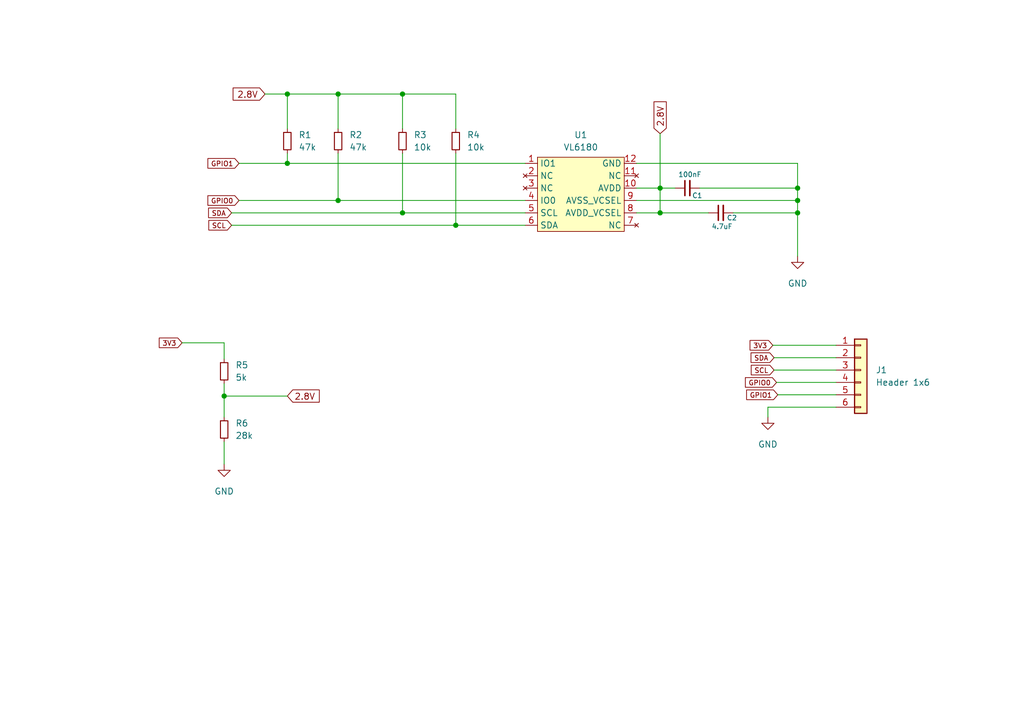
<source format=kicad_sch>
(kicad_sch (version 20211123) (generator eeschema)

  (uuid ceb2fe0f-2dec-4357-b441-9b31f24950f0)

  (paper "A5")

  (lib_symbols
    (symbol "Connector_Generic:Conn_01x06" (pin_names (offset 1.016) hide) (in_bom yes) (on_board yes)
      (property "Reference" "J" (id 0) (at 0 7.62 0)
        (effects (font (size 1.27 1.27)))
      )
      (property "Value" "Conn_01x06" (id 1) (at 0 -10.16 0)
        (effects (font (size 1.27 1.27)))
      )
      (property "Footprint" "" (id 2) (at 0 0 0)
        (effects (font (size 1.27 1.27)) hide)
      )
      (property "Datasheet" "~" (id 3) (at 0 0 0)
        (effects (font (size 1.27 1.27)) hide)
      )
      (property "ki_keywords" "connector" (id 4) (at 0 0 0)
        (effects (font (size 1.27 1.27)) hide)
      )
      (property "ki_description" "Generic connector, single row, 01x06, script generated (kicad-library-utils/schlib/autogen/connector/)" (id 5) (at 0 0 0)
        (effects (font (size 1.27 1.27)) hide)
      )
      (property "ki_fp_filters" "Connector*:*_1x??_*" (id 6) (at 0 0 0)
        (effects (font (size 1.27 1.27)) hide)
      )
      (symbol "Conn_01x06_1_1"
        (rectangle (start -1.27 -7.493) (end 0 -7.747)
          (stroke (width 0.1524) (type default) (color 0 0 0 0))
          (fill (type none))
        )
        (rectangle (start -1.27 -4.953) (end 0 -5.207)
          (stroke (width 0.1524) (type default) (color 0 0 0 0))
          (fill (type none))
        )
        (rectangle (start -1.27 -2.413) (end 0 -2.667)
          (stroke (width 0.1524) (type default) (color 0 0 0 0))
          (fill (type none))
        )
        (rectangle (start -1.27 0.127) (end 0 -0.127)
          (stroke (width 0.1524) (type default) (color 0 0 0 0))
          (fill (type none))
        )
        (rectangle (start -1.27 2.667) (end 0 2.413)
          (stroke (width 0.1524) (type default) (color 0 0 0 0))
          (fill (type none))
        )
        (rectangle (start -1.27 5.207) (end 0 4.953)
          (stroke (width 0.1524) (type default) (color 0 0 0 0))
          (fill (type none))
        )
        (rectangle (start -1.27 6.35) (end 1.27 -8.89)
          (stroke (width 0.254) (type default) (color 0 0 0 0))
          (fill (type background))
        )
        (pin passive line (at -5.08 5.08 0) (length 3.81)
          (name "Pin_1" (effects (font (size 1.27 1.27))))
          (number "1" (effects (font (size 1.27 1.27))))
        )
        (pin passive line (at -5.08 2.54 0) (length 3.81)
          (name "Pin_2" (effects (font (size 1.27 1.27))))
          (number "2" (effects (font (size 1.27 1.27))))
        )
        (pin passive line (at -5.08 0 0) (length 3.81)
          (name "Pin_3" (effects (font (size 1.27 1.27))))
          (number "3" (effects (font (size 1.27 1.27))))
        )
        (pin passive line (at -5.08 -2.54 0) (length 3.81)
          (name "Pin_4" (effects (font (size 1.27 1.27))))
          (number "4" (effects (font (size 1.27 1.27))))
        )
        (pin passive line (at -5.08 -5.08 0) (length 3.81)
          (name "Pin_5" (effects (font (size 1.27 1.27))))
          (number "5" (effects (font (size 1.27 1.27))))
        )
        (pin passive line (at -5.08 -7.62 0) (length 3.81)
          (name "Pin_6" (effects (font (size 1.27 1.27))))
          (number "6" (effects (font (size 1.27 1.27))))
        )
      )
    )
    (symbol "Device:C_Small" (pin_numbers hide) (pin_names (offset 0.254) hide) (in_bom yes) (on_board yes)
      (property "Reference" "C" (id 0) (at 0.254 1.778 0)
        (effects (font (size 1.27 1.27)) (justify left))
      )
      (property "Value" "C_Small" (id 1) (at 0.254 -2.032 0)
        (effects (font (size 1.27 1.27)) (justify left))
      )
      (property "Footprint" "" (id 2) (at 0 0 0)
        (effects (font (size 1.27 1.27)) hide)
      )
      (property "Datasheet" "~" (id 3) (at 0 0 0)
        (effects (font (size 1.27 1.27)) hide)
      )
      (property "ki_keywords" "capacitor cap" (id 4) (at 0 0 0)
        (effects (font (size 1.27 1.27)) hide)
      )
      (property "ki_description" "Unpolarized capacitor, small symbol" (id 5) (at 0 0 0)
        (effects (font (size 1.27 1.27)) hide)
      )
      (property "ki_fp_filters" "C_*" (id 6) (at 0 0 0)
        (effects (font (size 1.27 1.27)) hide)
      )
      (symbol "C_Small_0_1"
        (polyline
          (pts
            (xy -1.524 -0.508)
            (xy 1.524 -0.508)
          )
          (stroke (width 0.3302) (type default) (color 0 0 0 0))
          (fill (type none))
        )
        (polyline
          (pts
            (xy -1.524 0.508)
            (xy 1.524 0.508)
          )
          (stroke (width 0.3048) (type default) (color 0 0 0 0))
          (fill (type none))
        )
      )
      (symbol "C_Small_1_1"
        (pin passive line (at 0 2.54 270) (length 2.032)
          (name "~" (effects (font (size 1.27 1.27))))
          (number "1" (effects (font (size 1.27 1.27))))
        )
        (pin passive line (at 0 -2.54 90) (length 2.032)
          (name "~" (effects (font (size 1.27 1.27))))
          (number "2" (effects (font (size 1.27 1.27))))
        )
      )
    )
    (symbol "Device:R_Small" (pin_numbers hide) (pin_names (offset 0.254) hide) (in_bom yes) (on_board yes)
      (property "Reference" "R" (id 0) (at 0.762 0.508 0)
        (effects (font (size 1.27 1.27)) (justify left))
      )
      (property "Value" "R_Small" (id 1) (at 0.762 -1.016 0)
        (effects (font (size 1.27 1.27)) (justify left))
      )
      (property "Footprint" "" (id 2) (at 0 0 0)
        (effects (font (size 1.27 1.27)) hide)
      )
      (property "Datasheet" "~" (id 3) (at 0 0 0)
        (effects (font (size 1.27 1.27)) hide)
      )
      (property "ki_keywords" "R resistor" (id 4) (at 0 0 0)
        (effects (font (size 1.27 1.27)) hide)
      )
      (property "ki_description" "Resistor, small symbol" (id 5) (at 0 0 0)
        (effects (font (size 1.27 1.27)) hide)
      )
      (property "ki_fp_filters" "R_*" (id 6) (at 0 0 0)
        (effects (font (size 1.27 1.27)) hide)
      )
      (symbol "R_Small_0_1"
        (rectangle (start -0.762 1.778) (end 0.762 -1.778)
          (stroke (width 0.2032) (type default) (color 0 0 0 0))
          (fill (type none))
        )
      )
      (symbol "R_Small_1_1"
        (pin passive line (at 0 2.54 270) (length 0.762)
          (name "~" (effects (font (size 1.27 1.27))))
          (number "1" (effects (font (size 1.27 1.27))))
        )
        (pin passive line (at 0 -2.54 90) (length 0.762)
          (name "~" (effects (font (size 1.27 1.27))))
          (number "2" (effects (font (size 1.27 1.27))))
        )
      )
    )
    (symbol "Sensor:VL6180" (in_bom yes) (on_board yes)
      (property "Reference" "U?" (id 0) (at 0 0 0)
        (effects (font (size 1.27 1.27)))
      )
      (property "Value" "VL6180" (id 1) (at 0 -1.27 0)
        (effects (font (size 1.27 1.27)))
      )
      (property "Footprint" "Sensor:vl6180" (id 2) (at 0 0 0)
        (effects (font (size 1.27 1.27)) hide)
      )
      (property "Datasheet" "" (id 3) (at 0 0 0)
        (effects (font (size 1.27 1.27)) hide)
      )
      (symbol "VL6180_0_1"
        (rectangle (start -3.81 -2.54) (end 13.97 -17.78)
          (stroke (width 0) (type default) (color 0 0 0 0))
          (fill (type background))
        )
      )
      (symbol "VL6180_1_1"
        (pin input line (at -6.35 -3.81 0) (length 2.54)
          (name "IO1" (effects (font (size 1.27 1.27))))
          (number "1" (effects (font (size 1.27 1.27))))
        )
        (pin input line (at 16.51 -8.89 180) (length 2.54)
          (name "AVDD" (effects (font (size 1.27 1.27))))
          (number "10" (effects (font (size 1.27 1.27))))
        )
        (pin no_connect line (at 16.51 -6.35 180) (length 2.54)
          (name "NC" (effects (font (size 1.27 1.27))))
          (number "11" (effects (font (size 1.27 1.27))))
        )
        (pin passive line (at 16.51 -3.81 180) (length 2.54)
          (name "GND" (effects (font (size 1.27 1.27))))
          (number "12" (effects (font (size 1.27 1.27))))
        )
        (pin no_connect line (at -6.35 -6.35 0) (length 2.54)
          (name "NC" (effects (font (size 1.27 1.27))))
          (number "2" (effects (font (size 1.27 1.27))))
        )
        (pin no_connect line (at -6.35 -8.89 0) (length 2.54)
          (name "NC" (effects (font (size 1.27 1.27))))
          (number "3" (effects (font (size 1.27 1.27))))
        )
        (pin input line (at -6.35 -11.43 0) (length 2.54)
          (name "IO0" (effects (font (size 1.27 1.27))))
          (number "4" (effects (font (size 1.27 1.27))))
        )
        (pin input line (at -6.35 -13.97 0) (length 2.54)
          (name "SCL" (effects (font (size 1.27 1.27))))
          (number "5" (effects (font (size 1.27 1.27))))
        )
        (pin output line (at -6.35 -16.51 0) (length 2.54)
          (name "SDA" (effects (font (size 1.27 1.27))))
          (number "6" (effects (font (size 1.27 1.27))))
        )
        (pin no_connect line (at 16.51 -16.51 180) (length 2.54)
          (name "NC" (effects (font (size 1.27 1.27))))
          (number "7" (effects (font (size 1.27 1.27))))
        )
        (pin input line (at 16.51 -13.97 180) (length 2.54)
          (name "AVDD_VCSEL" (effects (font (size 1.27 1.27))))
          (number "8" (effects (font (size 1.27 1.27))))
        )
        (pin input line (at 16.51 -11.43 180) (length 2.54)
          (name "AVSS_VCSEL" (effects (font (size 1.27 1.27))))
          (number "9" (effects (font (size 1.27 1.27))))
        )
      )
    )
    (symbol "power:GND" (power) (pin_names (offset 0)) (in_bom yes) (on_board yes)
      (property "Reference" "#PWR" (id 0) (at 0 -6.35 0)
        (effects (font (size 1.27 1.27)) hide)
      )
      (property "Value" "GND" (id 1) (at 0 -3.81 0)
        (effects (font (size 1.27 1.27)))
      )
      (property "Footprint" "" (id 2) (at 0 0 0)
        (effects (font (size 1.27 1.27)) hide)
      )
      (property "Datasheet" "" (id 3) (at 0 0 0)
        (effects (font (size 1.27 1.27)) hide)
      )
      (property "ki_keywords" "power-flag" (id 4) (at 0 0 0)
        (effects (font (size 1.27 1.27)) hide)
      )
      (property "ki_description" "Power symbol creates a global label with name \"GND\" , ground" (id 5) (at 0 0 0)
        (effects (font (size 1.27 1.27)) hide)
      )
      (symbol "GND_0_1"
        (polyline
          (pts
            (xy 0 0)
            (xy 0 -1.27)
            (xy 1.27 -1.27)
            (xy 0 -2.54)
            (xy -1.27 -1.27)
            (xy 0 -1.27)
          )
          (stroke (width 0) (type default) (color 0 0 0 0))
          (fill (type none))
        )
      )
      (symbol "GND_1_1"
        (pin power_in line (at 0 0 270) (length 0) hide
          (name "GND" (effects (font (size 1.27 1.27))))
          (number "1" (effects (font (size 1.27 1.27))))
        )
      )
    )
  )

  (junction (at 163.576 41.148) (diameter 0) (color 0 0 0 0)
    (uuid 1395721a-fb57-4716-9d19-ad4ad0e5263d)
  )
  (junction (at 135.382 38.608) (diameter 0) (color 0 0 0 0)
    (uuid 2c34f0ef-70d8-491c-a0d6-4f79266ef4cf)
  )
  (junction (at 93.472 46.228) (diameter 0) (color 0 0 0 0)
    (uuid 341f1cda-d25b-4529-b2cd-c2a431214d68)
  )
  (junction (at 58.928 33.528) (diameter 0) (color 0 0 0 0)
    (uuid 40e5d65b-0b01-4a56-9275-52480bfd91db)
  )
  (junction (at 163.576 43.688) (diameter 0) (color 0 0 0 0)
    (uuid 7bdbd70a-a7c8-46ad-a846-b83f20a64e87)
  )
  (junction (at 69.342 19.304) (diameter 0) (color 0 0 0 0)
    (uuid a0b5c206-6939-4052-8a5e-c2f3310b3b12)
  )
  (junction (at 58.928 19.304) (diameter 0) (color 0 0 0 0)
    (uuid ad988c7e-5d33-4be2-816f-483ec9c03a81)
  )
  (junction (at 82.55 19.304) (diameter 0) (color 0 0 0 0)
    (uuid b8985c7d-975a-4027-bceb-3393cb3cb503)
  )
  (junction (at 82.55 43.688) (diameter 0) (color 0 0 0 0)
    (uuid b8b40e66-2f6c-4b5f-83b7-ac7131e02039)
  )
  (junction (at 45.974 81.28) (diameter 0) (color 0 0 0 0)
    (uuid cca6a0d3-6fc3-4619-9ccb-9aee21e69437)
  )
  (junction (at 135.382 43.688) (diameter 0) (color 0 0 0 0)
    (uuid dbd1f849-5c58-42d8-be87-0f3242373092)
  )
  (junction (at 69.342 41.148) (diameter 0) (color 0 0 0 0)
    (uuid e3242dc8-44eb-4234-bee6-340ae7cc3050)
  )
  (junction (at 163.576 38.608) (diameter 0) (color 0 0 0 0)
    (uuid f07719d0-0f96-4821-87b7-dfd80ad4e4cb)
  )

  (wire (pts (xy 58.928 19.304) (xy 69.342 19.304))
    (stroke (width 0) (type default) (color 0 0 0 0))
    (uuid 0aec30c8-c680-4f9b-b737-56cee69950b0)
  )
  (wire (pts (xy 163.576 33.528) (xy 163.576 38.608))
    (stroke (width 0) (type default) (color 0 0 0 0))
    (uuid 1c07eb9d-182a-4564-9cd4-7b3113bb470d)
  )
  (wire (pts (xy 135.382 38.608) (xy 135.382 43.688))
    (stroke (width 0) (type default) (color 0 0 0 0))
    (uuid 1d622e58-bb52-4fe5-8d39-13e5988f3d09)
  )
  (wire (pts (xy 135.382 38.608) (xy 138.43 38.608))
    (stroke (width 0) (type default) (color 0 0 0 0))
    (uuid 20b7ff0a-8268-4eb5-9558-25d49fc01bbe)
  )
  (wire (pts (xy 130.556 38.608) (xy 135.382 38.608))
    (stroke (width 0) (type default) (color 0 0 0 0))
    (uuid 2704a07e-3f39-452b-8fb9-7aa17e688d09)
  )
  (wire (pts (xy 47.498 46.228) (xy 93.472 46.228))
    (stroke (width 0) (type default) (color 0 0 0 0))
    (uuid 2a86d4e1-087e-42cc-b2a2-cb1811b99a1d)
  )
  (wire (pts (xy 45.974 78.74) (xy 45.974 81.28))
    (stroke (width 0) (type default) (color 0 0 0 0))
    (uuid 30c6364e-3cf6-4c90-8cde-6322ac8c2a14)
  )
  (wire (pts (xy 135.382 27.432) (xy 135.382 38.608))
    (stroke (width 0) (type default) (color 0 0 0 0))
    (uuid 3381020c-1833-44f5-b290-7129816c8add)
  )
  (wire (pts (xy 45.974 81.28) (xy 58.928 81.28))
    (stroke (width 0) (type default) (color 0 0 0 0))
    (uuid 35f28758-5219-4e6b-a916-1609ab127c51)
  )
  (wire (pts (xy 69.342 19.304) (xy 82.55 19.304))
    (stroke (width 0) (type default) (color 0 0 0 0))
    (uuid 380d3712-c804-4289-a137-5be422fba3ae)
  )
  (wire (pts (xy 37.338 70.358) (xy 45.974 70.358))
    (stroke (width 0) (type default) (color 0 0 0 0))
    (uuid 3b4fca1f-246b-4130-936f-c2021ac2b10d)
  )
  (wire (pts (xy 93.472 46.228) (xy 107.696 46.228))
    (stroke (width 0) (type default) (color 0 0 0 0))
    (uuid 420a2461-fdac-4d74-8323-4479cfe2a67a)
  )
  (wire (pts (xy 45.974 70.358) (xy 45.974 73.66))
    (stroke (width 0) (type default) (color 0 0 0 0))
    (uuid 4fe7612a-5ca2-4da6-ac81-24ccfd7ae283)
  )
  (wire (pts (xy 49.022 33.528) (xy 58.928 33.528))
    (stroke (width 0) (type default) (color 0 0 0 0))
    (uuid 5d857570-0699-45ec-8070-0529994d85e1)
  )
  (wire (pts (xy 158.75 73.406) (xy 171.45 73.406))
    (stroke (width 0) (type default) (color 0 0 0 0))
    (uuid 62dc3eea-29d2-41a3-989e-a6b132e32817)
  )
  (wire (pts (xy 163.576 43.688) (xy 163.576 52.578))
    (stroke (width 0) (type default) (color 0 0 0 0))
    (uuid 6464faf5-a460-401d-ac42-678844925a4a)
  )
  (wire (pts (xy 82.55 19.304) (xy 93.472 19.304))
    (stroke (width 0) (type default) (color 0 0 0 0))
    (uuid 66cabade-f45d-40f8-abe5-2c9eaa3c8898)
  )
  (wire (pts (xy 54.356 19.304) (xy 58.928 19.304))
    (stroke (width 0) (type default) (color 0 0 0 0))
    (uuid 6e7c0b72-7874-4594-8697-2b06ec134545)
  )
  (wire (pts (xy 58.928 31.496) (xy 58.928 33.528))
    (stroke (width 0) (type default) (color 0 0 0 0))
    (uuid 6fb101be-67ac-4301-8db5-219ec94c4a0f)
  )
  (wire (pts (xy 82.55 19.304) (xy 82.55 26.416))
    (stroke (width 0) (type default) (color 0 0 0 0))
    (uuid 782cbbbe-00e0-419e-8b5b-7f013f004803)
  )
  (wire (pts (xy 159.512 81.026) (xy 171.45 81.026))
    (stroke (width 0) (type default) (color 0 0 0 0))
    (uuid 792fc08e-f773-4fa4-b998-723f77e925c8)
  )
  (wire (pts (xy 130.556 41.148) (xy 163.576 41.148))
    (stroke (width 0) (type default) (color 0 0 0 0))
    (uuid 7a002c7a-e004-4a26-95a9-07e7ad50d099)
  )
  (wire (pts (xy 159.258 78.486) (xy 171.45 78.486))
    (stroke (width 0) (type default) (color 0 0 0 0))
    (uuid 7b22e9aa-cc98-4682-9d83-39f349f8cacd)
  )
  (wire (pts (xy 45.974 81.28) (xy 45.974 85.598))
    (stroke (width 0) (type default) (color 0 0 0 0))
    (uuid 83a2e88b-6405-4920-955a-4ade0454725f)
  )
  (wire (pts (xy 49.022 41.148) (xy 69.342 41.148))
    (stroke (width 0) (type default) (color 0 0 0 0))
    (uuid 859cae91-3800-4d6f-b747-eb8bbc0fbbcb)
  )
  (wire (pts (xy 69.342 31.496) (xy 69.342 41.148))
    (stroke (width 0) (type default) (color 0 0 0 0))
    (uuid 916d13b2-6083-424b-8b16-0266bf882e14)
  )
  (wire (pts (xy 150.368 43.688) (xy 163.576 43.688))
    (stroke (width 0) (type default) (color 0 0 0 0))
    (uuid a64c6ea4-dcd6-49d1-816b-50088d245e2b)
  )
  (wire (pts (xy 82.55 43.688) (xy 107.696 43.688))
    (stroke (width 0) (type default) (color 0 0 0 0))
    (uuid ac28cdf2-d2c1-4b16-8ea5-a0762eb47221)
  )
  (wire (pts (xy 157.48 85.598) (xy 157.48 83.566))
    (stroke (width 0) (type default) (color 0 0 0 0))
    (uuid affa1ebe-2018-436c-915a-6a642998ece8)
  )
  (wire (pts (xy 135.382 43.688) (xy 145.288 43.688))
    (stroke (width 0) (type default) (color 0 0 0 0))
    (uuid b1d88200-1fe1-4efb-a565-2d82c674063a)
  )
  (wire (pts (xy 58.928 33.528) (xy 107.696 33.528))
    (stroke (width 0) (type default) (color 0 0 0 0))
    (uuid b53f6e25-e36d-414e-b463-3b8afa157f92)
  )
  (wire (pts (xy 158.496 70.866) (xy 171.45 70.866))
    (stroke (width 0) (type default) (color 0 0 0 0))
    (uuid bd915991-1a4a-47f3-83ef-b97c7bafce52)
  )
  (wire (pts (xy 130.556 33.528) (xy 163.576 33.528))
    (stroke (width 0) (type default) (color 0 0 0 0))
    (uuid be7fd4b4-b288-4739-b3ca-ecf741cbbaa9)
  )
  (wire (pts (xy 45.974 90.678) (xy 45.974 95.25))
    (stroke (width 0) (type default) (color 0 0 0 0))
    (uuid c784b9b0-ba08-416f-a0ad-f8d3d89e6759)
  )
  (wire (pts (xy 69.342 41.148) (xy 107.696 41.148))
    (stroke (width 0) (type default) (color 0 0 0 0))
    (uuid cb4c1faf-fb21-4139-8876-cbd25a0746f9)
  )
  (wire (pts (xy 47.498 43.688) (xy 82.55 43.688))
    (stroke (width 0) (type default) (color 0 0 0 0))
    (uuid cc3a4fe9-c3a5-4899-891f-8a07169e76ca)
  )
  (wire (pts (xy 93.472 31.496) (xy 93.472 46.228))
    (stroke (width 0) (type default) (color 0 0 0 0))
    (uuid ccaee395-2e8c-4a22-8894-60b0b1f6d913)
  )
  (wire (pts (xy 130.556 43.688) (xy 135.382 43.688))
    (stroke (width 0) (type default) (color 0 0 0 0))
    (uuid d0b8be4d-278e-48f5-b7d3-5c693b9d1897)
  )
  (wire (pts (xy 163.576 38.608) (xy 163.576 41.148))
    (stroke (width 0) (type default) (color 0 0 0 0))
    (uuid d790ec81-ff44-448c-b0b7-266ead190e51)
  )
  (wire (pts (xy 158.75 75.946) (xy 171.45 75.946))
    (stroke (width 0) (type default) (color 0 0 0 0))
    (uuid d9d35945-7b74-4934-bf5d-dec2824b5f6f)
  )
  (wire (pts (xy 157.48 83.566) (xy 171.45 83.566))
    (stroke (width 0) (type default) (color 0 0 0 0))
    (uuid e1179437-6de5-4108-9400-4b84b190c1a3)
  )
  (wire (pts (xy 93.472 19.304) (xy 93.472 26.416))
    (stroke (width 0) (type default) (color 0 0 0 0))
    (uuid e2988f8f-e371-4fdf-ad73-72e1b7cbb4ae)
  )
  (wire (pts (xy 69.342 19.304) (xy 69.342 26.416))
    (stroke (width 0) (type default) (color 0 0 0 0))
    (uuid e450a8a8-9868-42aa-b586-6c99985beadd)
  )
  (wire (pts (xy 163.576 41.148) (xy 163.576 43.688))
    (stroke (width 0) (type default) (color 0 0 0 0))
    (uuid e6231ebf-905c-4b03-8f72-4b7fb854c0ba)
  )
  (wire (pts (xy 82.55 31.496) (xy 82.55 43.688))
    (stroke (width 0) (type default) (color 0 0 0 0))
    (uuid ee4576b9-a6fe-41b3-a960-2bff2f4c6f83)
  )
  (wire (pts (xy 58.928 19.304) (xy 58.928 26.416))
    (stroke (width 0) (type default) (color 0 0 0 0))
    (uuid f480f7ca-0e69-4d79-a69e-5d878b78758c)
  )
  (wire (pts (xy 143.51 38.608) (xy 163.576 38.608))
    (stroke (width 0) (type default) (color 0 0 0 0))
    (uuid f91e9bc7-0205-4d70-a0c1-3f08d53dc068)
  )

  (global_label "2.8V" (shape input) (at 135.382 27.432 90) (fields_autoplaced)
    (effects (font (size 1.27 1.27)) (justify left))
    (uuid 0733f7c8-4815-4433-b401-15f2e5700c5b)
    (property "Intersheet References" "${INTERSHEET_REFS}" (id 0) (at 135.3026 20.9065 90)
      (effects (font (size 1.27 1.27)) (justify left) hide)
    )
  )
  (global_label "3V3" (shape input) (at 37.338 70.358 180) (fields_autoplaced)
    (effects (font (size 1 1)) (justify right))
    (uuid 2f88d744-17f4-4629-8691-7e0b9b944212)
    (property "Intersheet References" "${INTERSHEET_REFS}" (id 0) (at 32.6761 70.2955 0)
      (effects (font (size 1 1)) (justify right) hide)
    )
  )
  (global_label "GPIO0" (shape input) (at 49.022 41.148 180) (fields_autoplaced)
    (effects (font (size 1 1)) (justify right))
    (uuid 41694d85-b235-4728-8344-11d650ae1fbe)
    (property "Intersheet References" "${INTERSHEET_REFS}" (id 0) (at 42.6458 41.0855 0)
      (effects (font (size 1 1)) (justify right) hide)
    )
  )
  (global_label "SDA" (shape input) (at 47.498 43.688 180) (fields_autoplaced)
    (effects (font (size 1 1)) (justify right))
    (uuid 71aa2fb0-e1b4-44c8-ba78-6d675584b37e)
    (property "Intersheet References" "${INTERSHEET_REFS}" (id 0) (at 42.7885 43.6255 0)
      (effects (font (size 1 1)) (justify right) hide)
    )
  )
  (global_label "2.8V" (shape input) (at 58.928 81.28 0) (fields_autoplaced)
    (effects (font (size 1.27 1.27)) (justify left))
    (uuid 7a5a71fe-838b-434c-ac5f-1e5a1e4a426b)
    (property "Intersheet References" "${INTERSHEET_REFS}" (id 0) (at 65.4535 81.2006 0)
      (effects (font (size 1.27 1.27)) (justify left) hide)
    )
  )
  (global_label "SCL" (shape input) (at 158.75 75.946 180) (fields_autoplaced)
    (effects (font (size 1 1)) (justify right))
    (uuid 837a4c37-d018-4c77-936d-b2f038b93d62)
    (property "Intersheet References" "${INTERSHEET_REFS}" (id 0) (at 154.0881 75.8835 0)
      (effects (font (size 1 1)) (justify right) hide)
    )
  )
  (global_label "GPIO1" (shape input) (at 159.512 81.026 180) (fields_autoplaced)
    (effects (font (size 1 1)) (justify right))
    (uuid 9215212f-65a2-40ff-8801-a49fcf548392)
    (property "Intersheet References" "${INTERSHEET_REFS}" (id 0) (at 153.1358 80.9635 0)
      (effects (font (size 1 1)) (justify right) hide)
    )
  )
  (global_label "GPIO1" (shape input) (at 49.022 33.528 180) (fields_autoplaced)
    (effects (font (size 1 1)) (justify right))
    (uuid 92d06e52-72bb-4e87-ab03-a6162079ed75)
    (property "Intersheet References" "${INTERSHEET_REFS}" (id 0) (at 42.6458 33.4655 0)
      (effects (font (size 1 1)) (justify right) hide)
    )
  )
  (global_label "SDA" (shape input) (at 158.75 73.406 180) (fields_autoplaced)
    (effects (font (size 1 1)) (justify right))
    (uuid a5c2d14a-9f41-4bd0-8400-986c7021a956)
    (property "Intersheet References" "${INTERSHEET_REFS}" (id 0) (at 154.0405 73.3435 0)
      (effects (font (size 1 1)) (justify right) hide)
    )
  )
  (global_label "SCL" (shape input) (at 47.498 46.228 180) (fields_autoplaced)
    (effects (font (size 1 1)) (justify right))
    (uuid c7dbbd64-8a56-41e3-a209-0165ec6df1ad)
    (property "Intersheet References" "${INTERSHEET_REFS}" (id 0) (at 42.8361 46.1655 0)
      (effects (font (size 1 1)) (justify right) hide)
    )
  )
  (global_label "3V3" (shape input) (at 158.496 70.866 180) (fields_autoplaced)
    (effects (font (size 1 1)) (justify right))
    (uuid d0ea7e09-8704-4f96-92a8-6dc5e2d58b38)
    (property "Intersheet References" "${INTERSHEET_REFS}" (id 0) (at 153.8341 70.8035 0)
      (effects (font (size 1 1)) (justify right) hide)
    )
  )
  (global_label "GPIO0" (shape input) (at 159.258 78.486 180) (fields_autoplaced)
    (effects (font (size 1 1)) (justify right))
    (uuid e0e21641-0567-42ed-b855-84dc406aadfa)
    (property "Intersheet References" "${INTERSHEET_REFS}" (id 0) (at 152.8818 78.4235 0)
      (effects (font (size 1 1)) (justify right) hide)
    )
  )
  (global_label "2.8V" (shape input) (at 54.356 19.304 180) (fields_autoplaced)
    (effects (font (size 1.27 1.27)) (justify right))
    (uuid f7f62de1-8506-41d0-a58f-a194d6ee6954)
    (property "Intersheet References" "${INTERSHEET_REFS}" (id 0) (at 47.8305 19.3834 0)
      (effects (font (size 1.27 1.27)) (justify right) hide)
    )
  )

  (symbol (lib_id "power:GND") (at 45.974 95.25 0) (unit 1)
    (in_bom yes) (on_board yes) (fields_autoplaced)
    (uuid 04362eff-3008-4746-a7af-6cb26698407f)
    (property "Reference" "#PWR03" (id 0) (at 45.974 101.6 0)
      (effects (font (size 1.27 1.27)) hide)
    )
    (property "Value" "GND" (id 1) (at 45.974 100.838 0))
    (property "Footprint" "" (id 2) (at 45.974 95.25 0)
      (effects (font (size 1.27 1.27)) hide)
    )
    (property "Datasheet" "" (id 3) (at 45.974 95.25 0)
      (effects (font (size 1.27 1.27)) hide)
    )
    (pin "1" (uuid 9f84a962-8425-4e6b-9785-b3bcf458a074))
  )

  (symbol (lib_id "Device:C_Small") (at 140.97 38.608 90) (unit 1)
    (in_bom yes) (on_board yes)
    (uuid 47062d77-bf00-490c-862b-f07fc9f16b16)
    (property "Reference" "C1" (id 0) (at 143.002 40.132 90)
      (effects (font (size 1 1)))
    )
    (property "Value" "100nF" (id 1) (at 141.478 35.814 90)
      (effects (font (size 1 1)))
    )
    (property "Footprint" "Capacitor_SMD:C_0805_2012Metric" (id 2) (at 140.97 38.608 0)
      (effects (font (size 1.27 1.27)) hide)
    )
    (property "Datasheet" "~" (id 3) (at 140.97 38.608 0)
      (effects (font (size 1.27 1.27)) hide)
    )
    (pin "1" (uuid 37ef8cfe-dfed-4bb9-aae1-046818f2d26a))
    (pin "2" (uuid 208b9067-8491-401a-8f84-c286d7929aff))
  )

  (symbol (lib_id "power:GND") (at 163.576 52.578 0) (unit 1)
    (in_bom yes) (on_board yes) (fields_autoplaced)
    (uuid 4d1c5c98-89c2-4f21-b0a1-0bf27ac58107)
    (property "Reference" "#PWR01" (id 0) (at 163.576 58.928 0)
      (effects (font (size 1.27 1.27)) hide)
    )
    (property "Value" "GND" (id 1) (at 163.576 58.166 0))
    (property "Footprint" "" (id 2) (at 163.576 52.578 0)
      (effects (font (size 1.27 1.27)) hide)
    )
    (property "Datasheet" "" (id 3) (at 163.576 52.578 0)
      (effects (font (size 1.27 1.27)) hide)
    )
    (pin "1" (uuid 564b9d87-725a-438b-8eb6-2160931e17d8))
  )

  (symbol (lib_id "Device:R_Small") (at 93.472 28.956 0) (unit 1)
    (in_bom yes) (on_board yes) (fields_autoplaced)
    (uuid 5e38823f-55ad-49fc-bbe9-1b9368072e5e)
    (property "Reference" "R4" (id 0) (at 95.758 27.6859 0)
      (effects (font (size 1.27 1.27)) (justify left))
    )
    (property "Value" "10k" (id 1) (at 95.758 30.2259 0)
      (effects (font (size 1.27 1.27)) (justify left))
    )
    (property "Footprint" "Resistor_SMD:R_0805_2012Metric" (id 2) (at 93.472 28.956 0)
      (effects (font (size 1.27 1.27)) hide)
    )
    (property "Datasheet" "~" (id 3) (at 93.472 28.956 0)
      (effects (font (size 1.27 1.27)) hide)
    )
    (pin "1" (uuid fe30b3eb-4840-41e4-98c5-8d1b50631bb9))
    (pin "2" (uuid 40e52760-e40e-4703-a9aa-38eca0386543))
  )

  (symbol (lib_id "Connector_Generic:Conn_01x06") (at 176.53 75.946 0) (unit 1)
    (in_bom yes) (on_board yes) (fields_autoplaced)
    (uuid 655d0d3e-37ea-4f1a-8f93-6d496dc373d1)
    (property "Reference" "J1" (id 0) (at 179.578 75.9459 0)
      (effects (font (size 1.27 1.27)) (justify left))
    )
    (property "Value" "Header 1x6" (id 1) (at 179.578 78.4859 0)
      (effects (font (size 1.27 1.27)) (justify left))
    )
    (property "Footprint" "Connector_PinHeader_1.00mm:PinHeader_1x06_P1.00mm_Vertical" (id 2) (at 176.53 75.946 0)
      (effects (font (size 1.27 1.27)) hide)
    )
    (property "Datasheet" "~" (id 3) (at 176.53 75.946 0)
      (effects (font (size 1.27 1.27)) hide)
    )
    (pin "1" (uuid 118fea22-d166-4cdc-8e7c-e492fdb5329e))
    (pin "2" (uuid 138a6795-3a8c-4610-b3c8-b5da513e2ef5))
    (pin "3" (uuid 3139e16d-59bd-480b-8fa9-3dc9bd3ae273))
    (pin "4" (uuid 574e4b85-d066-4abe-ba6f-c2883ed560d8))
    (pin "5" (uuid 0d1453e3-1d65-4f43-a3af-727726aaf361))
    (pin "6" (uuid 5f301e5e-611d-4632-8e8c-00c6bd781c37))
  )

  (symbol (lib_id "Sensor:VL6180") (at 114.046 29.718 0) (unit 1)
    (in_bom yes) (on_board yes) (fields_autoplaced)
    (uuid 674b965a-7b0b-43b3-864f-b868672baf6f)
    (property "Reference" "U1" (id 0) (at 119.126 27.686 0))
    (property "Value" "VL6180" (id 1) (at 119.126 30.226 0))
    (property "Footprint" "Sensor:vl6180" (id 2) (at 114.046 29.718 0)
      (effects (font (size 1.27 1.27)) hide)
    )
    (property "Datasheet" "" (id 3) (at 114.046 29.718 0)
      (effects (font (size 1.27 1.27)) hide)
    )
    (pin "1" (uuid a70fee98-3f26-4605-be41-121974f25a1e))
    (pin "10" (uuid 5b1ec21d-e285-4aea-bc8e-b82fdd803bcd))
    (pin "11" (uuid 3f505a0c-6da0-45d3-b738-15b4faae37f1))
    (pin "12" (uuid 96a1a43d-0db7-4dde-a7b6-9e95cada8fb9))
    (pin "2" (uuid b212a675-d2d2-4eef-a68a-e2e7512334ee))
    (pin "3" (uuid 74c783d8-d10c-422e-99a6-c7d4d9474973))
    (pin "4" (uuid 371d3505-f7d9-471a-b79d-e3d8dcd3e64a))
    (pin "5" (uuid 1afea6b6-2630-4f85-bbd7-fb9847ff2ca4))
    (pin "6" (uuid c6e29465-b412-4265-beba-4794b892758a))
    (pin "7" (uuid 24408acf-e2d5-45e4-85b7-c0d78ac7a8e6))
    (pin "8" (uuid 7ceedf4f-9b8f-4ab0-b971-57cdb5476d9f))
    (pin "9" (uuid 330ab4fa-e1b4-46bc-879b-95db6e14d8c0))
  )

  (symbol (lib_id "Device:R_Small") (at 69.342 28.956 0) (unit 1)
    (in_bom yes) (on_board yes) (fields_autoplaced)
    (uuid 693d093f-8b7b-4697-8f52-06e51dee6cb4)
    (property "Reference" "R2" (id 0) (at 71.628 27.6859 0)
      (effects (font (size 1.27 1.27)) (justify left))
    )
    (property "Value" "47k" (id 1) (at 71.628 30.2259 0)
      (effects (font (size 1.27 1.27)) (justify left))
    )
    (property "Footprint" "Resistor_SMD:R_0805_2012Metric" (id 2) (at 69.342 28.956 0)
      (effects (font (size 1.27 1.27)) hide)
    )
    (property "Datasheet" "~" (id 3) (at 69.342 28.956 0)
      (effects (font (size 1.27 1.27)) hide)
    )
    (pin "1" (uuid ed82f137-d451-4010-8ffc-1fabfaccb344))
    (pin "2" (uuid 0207d01e-bc41-43da-b251-05f5ba12dd45))
  )

  (symbol (lib_id "Device:R_Small") (at 82.55 28.956 0) (unit 1)
    (in_bom yes) (on_board yes) (fields_autoplaced)
    (uuid 83fa55b3-f9b2-453d-8b10-8a6faf827224)
    (property "Reference" "R3" (id 0) (at 84.836 27.6859 0)
      (effects (font (size 1.27 1.27)) (justify left))
    )
    (property "Value" "10k" (id 1) (at 84.836 30.2259 0)
      (effects (font (size 1.27 1.27)) (justify left))
    )
    (property "Footprint" "Resistor_SMD:R_0805_2012Metric" (id 2) (at 82.55 28.956 0)
      (effects (font (size 1.27 1.27)) hide)
    )
    (property "Datasheet" "~" (id 3) (at 82.55 28.956 0)
      (effects (font (size 1.27 1.27)) hide)
    )
    (pin "1" (uuid af8781e6-1f7d-4c06-8adf-a07fe076165a))
    (pin "2" (uuid 17938e41-986b-4d64-b3f4-502bb2eb267e))
  )

  (symbol (lib_id "Device:R_Small") (at 58.928 28.956 0) (unit 1)
    (in_bom yes) (on_board yes) (fields_autoplaced)
    (uuid 93ff1d02-644d-4f5a-87be-fef12c112355)
    (property "Reference" "R1" (id 0) (at 61.214 27.6859 0)
      (effects (font (size 1.27 1.27)) (justify left))
    )
    (property "Value" "47k" (id 1) (at 61.214 30.2259 0)
      (effects (font (size 1.27 1.27)) (justify left))
    )
    (property "Footprint" "Resistor_SMD:R_0805_2012Metric" (id 2) (at 58.928 28.956 0)
      (effects (font (size 1.27 1.27)) hide)
    )
    (property "Datasheet" "~" (id 3) (at 58.928 28.956 0)
      (effects (font (size 1.27 1.27)) hide)
    )
    (pin "1" (uuid b273f9b7-32ff-4c68-8d10-5ac82c561bc9))
    (pin "2" (uuid 4e6cb120-a852-4093-9701-8c7cbae6f281))
  )

  (symbol (lib_id "power:GND") (at 157.48 85.598 0) (unit 1)
    (in_bom yes) (on_board yes) (fields_autoplaced)
    (uuid aa90a4ea-1377-4218-93c4-a5d1d986f5cf)
    (property "Reference" "#PWR02" (id 0) (at 157.48 91.948 0)
      (effects (font (size 1.27 1.27)) hide)
    )
    (property "Value" "GND" (id 1) (at 157.48 91.186 0))
    (property "Footprint" "" (id 2) (at 157.48 85.598 0)
      (effects (font (size 1.27 1.27)) hide)
    )
    (property "Datasheet" "" (id 3) (at 157.48 85.598 0)
      (effects (font (size 1.27 1.27)) hide)
    )
    (pin "1" (uuid b3ec7ff4-f41d-4147-81e2-f15eb9606638))
  )

  (symbol (lib_id "Device:R_Small") (at 45.974 76.2 0) (unit 1)
    (in_bom yes) (on_board yes) (fields_autoplaced)
    (uuid b77d11e0-a429-4c45-8922-18d11d9b50a3)
    (property "Reference" "R5" (id 0) (at 48.26 74.9299 0)
      (effects (font (size 1.27 1.27)) (justify left))
    )
    (property "Value" "5k" (id 1) (at 48.26 77.4699 0)
      (effects (font (size 1.27 1.27)) (justify left))
    )
    (property "Footprint" "Resistor_SMD:R_0805_2012Metric" (id 2) (at 45.974 76.2 0)
      (effects (font (size 1.27 1.27)) hide)
    )
    (property "Datasheet" "~" (id 3) (at 45.974 76.2 0)
      (effects (font (size 1.27 1.27)) hide)
    )
    (pin "1" (uuid 1a74cbc2-31b0-4e95-9efa-7d94d7d935cc))
    (pin "2" (uuid a9dac6eb-976e-4b47-9783-b2474dc82609))
  )

  (symbol (lib_id "Device:R_Small") (at 45.974 88.138 0) (unit 1)
    (in_bom yes) (on_board yes) (fields_autoplaced)
    (uuid b7a8f0ab-15a8-4126-8457-d171c08e5dad)
    (property "Reference" "R6" (id 0) (at 48.26 86.8679 0)
      (effects (font (size 1.27 1.27)) (justify left))
    )
    (property "Value" "28k" (id 1) (at 48.26 89.4079 0)
      (effects (font (size 1.27 1.27)) (justify left))
    )
    (property "Footprint" "Resistor_SMD:R_0805_2012Metric" (id 2) (at 45.974 88.138 0)
      (effects (font (size 1.27 1.27)) hide)
    )
    (property "Datasheet" "~" (id 3) (at 45.974 88.138 0)
      (effects (font (size 1.27 1.27)) hide)
    )
    (pin "1" (uuid 1c94f73b-51be-4242-a6ad-b21824c5bf95))
    (pin "2" (uuid 24eaa993-288e-4577-9187-eb301b57a05c))
  )

  (symbol (lib_id "Device:C_Small") (at 147.828 43.688 90) (unit 1)
    (in_bom yes) (on_board yes)
    (uuid d7c74e10-8a9f-445c-bb0d-8828fd57c864)
    (property "Reference" "C2" (id 0) (at 150.114 44.704 90)
      (effects (font (size 1 1)))
    )
    (property "Value" "4.7uF" (id 1) (at 148.082 46.482 90)
      (effects (font (size 1 1)))
    )
    (property "Footprint" "Capacitor_SMD:C_0805_2012Metric" (id 2) (at 147.828 43.688 0)
      (effects (font (size 1.27 1.27)) hide)
    )
    (property "Datasheet" "~" (id 3) (at 147.828 43.688 0)
      (effects (font (size 1.27 1.27)) hide)
    )
    (pin "1" (uuid b3f7cdd0-0250-4dae-891e-265c4754231e))
    (pin "2" (uuid 7e831b4b-2515-4050-a8d4-5d0ec55c5da5))
  )

  (sheet_instances
    (path "/" (page "1"))
  )

  (symbol_instances
    (path "/4d1c5c98-89c2-4f21-b0a1-0bf27ac58107"
      (reference "#PWR01") (unit 1) (value "GND") (footprint "")
    )
    (path "/aa90a4ea-1377-4218-93c4-a5d1d986f5cf"
      (reference "#PWR02") (unit 1) (value "GND") (footprint "")
    )
    (path "/04362eff-3008-4746-a7af-6cb26698407f"
      (reference "#PWR03") (unit 1) (value "GND") (footprint "")
    )
    (path "/47062d77-bf00-490c-862b-f07fc9f16b16"
      (reference "C1") (unit 1) (value "100nF") (footprint "Capacitor_SMD:C_0805_2012Metric")
    )
    (path "/d7c74e10-8a9f-445c-bb0d-8828fd57c864"
      (reference "C2") (unit 1) (value "4.7uF") (footprint "Capacitor_SMD:C_0805_2012Metric")
    )
    (path "/655d0d3e-37ea-4f1a-8f93-6d496dc373d1"
      (reference "J1") (unit 1) (value "Header 1x6") (footprint "Connector_PinHeader_1.00mm:PinHeader_1x06_P1.00mm_Vertical")
    )
    (path "/93ff1d02-644d-4f5a-87be-fef12c112355"
      (reference "R1") (unit 1) (value "47k") (footprint "Resistor_SMD:R_0805_2012Metric")
    )
    (path "/693d093f-8b7b-4697-8f52-06e51dee6cb4"
      (reference "R2") (unit 1) (value "47k") (footprint "Resistor_SMD:R_0805_2012Metric")
    )
    (path "/83fa55b3-f9b2-453d-8b10-8a6faf827224"
      (reference "R3") (unit 1) (value "10k") (footprint "Resistor_SMD:R_0805_2012Metric")
    )
    (path "/5e38823f-55ad-49fc-bbe9-1b9368072e5e"
      (reference "R4") (unit 1) (value "10k") (footprint "Resistor_SMD:R_0805_2012Metric")
    )
    (path "/b77d11e0-a429-4c45-8922-18d11d9b50a3"
      (reference "R5") (unit 1) (value "5k") (footprint "Resistor_SMD:R_0805_2012Metric")
    )
    (path "/b7a8f0ab-15a8-4126-8457-d171c08e5dad"
      (reference "R6") (unit 1) (value "28k") (footprint "Resistor_SMD:R_0805_2012Metric")
    )
    (path "/674b965a-7b0b-43b3-864f-b868672baf6f"
      (reference "U1") (unit 1) (value "VL6180") (footprint "Sensor:vl6180")
    )
  )
)

</source>
